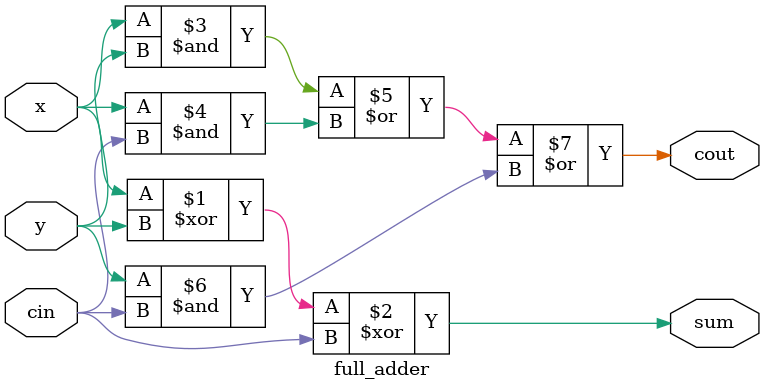
<source format=sv>
module top_module (
	input [3:0] x,
	input [3:0] y,
	output [4:0] sum
);

	// internal wires
	wire [3:0] carry;
	wire [3:0] carry_out;

	// full adders
	full_adder FA0(.x(x[0]), .y(y[0]), .cin(1'b0), .sum(sum[0]), .cout(carry[0]));
	full_adder FA1(.x(x[1]), .y(y[1]), .cin(carry[0]), .sum(sum[1]), .cout(carry[1]));
	full_adder FA2(.x(x[2]), .y(y[2]), .cin(carry[1]), .sum(sum[2]), .cout(carry[2]));
	full_adder FA3(.x(x[3]), .y(y[3]), .cin(carry[2]), .sum(sum[3]), .cout(carry[3]));

	// overflow bit
	assign sum[4] = carry_out[3];

	// carry propagation
	assign carry_out[0] = carry[0];
	assign carry_out[1] = carry[1];
	assign carry_out[2] = carry[2];
	assign carry_out[3] = carry[3];
	
endmodule
module full_adder (x, y, cin, sum, cout);
	input x, y, cin;
	output sum, cout;

	assign sum = x ^ y ^ cin;
	assign cout = (x & y) | (x & cin) | (y & cin);
	
endmodule

</source>
